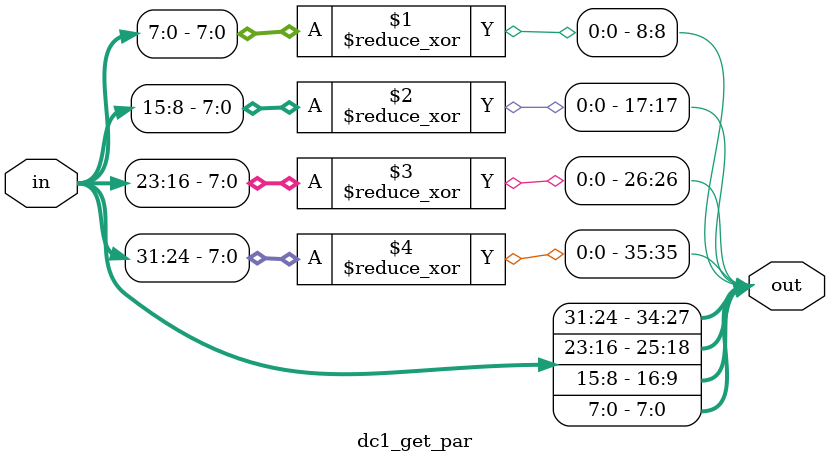
<source format=sv>
/*
Copyright 2022 Goran Dakov

Licensed under the Apache License, Version 2.0 (the "License");
you may not use this file except in compliance with the License.
You may obtain a copy of the License at

    http://www.apache.org/licenses/LICENSE-2.0

Unless required by applicable law or agreed to in writing, software
distributed under the License is distributed on an "AS IS" BASIS,
WITHOUT WARRANTIES OR CONDITIONS OF ANY KIND, either express or implied.
See the License for the specific language governing permissions and
limitations under the License.
*/

`include "struct.sv"
//verilator lint_off WIDTH
module hamingChk32(data,hasError,error);
  parameter WIDTH=38;
  input [WIDTH-1:0] data;
  output hasError;
  output [5:0] error;
 
  assign error[0]=^(data & {(WIDTH+1)/2{2'B01}});
  assign error[1]=^(data & {(WIDTH+3)/4{4'B0110}});
  assign error[2]=^(data & {(WIDTH+7)/8{8'B01111000}});
  assign error[3]=^(data & {(WIDTH+15)/16{16'h7f80}});
  assign error[4]=^(data & {(WIDTH+31)/32{32'h7fff_8000}});
  assign error[5]=^(data & {(WIDTH+63)/64{64'h7fff_ffff_8000_0000}});
  
  assign hasError=|error;
  
endmodule


module eccChk32(data,hasError,hardError);
  parameter WIDTH=39;
  input [WIDTH-1:0] data;
  output hasError;
  output hardError;

  wire [5:0] ecc;
  
  assign hardError=~^data & hasError;

  hamingChk32 #(WIDTH-1) ham_mod(data[WIDTH-2:0],hasError,ecc);
  
endmodule


module hamingGet32(data,dataH);
  parameter WIDTH=32;
  input [WIDTH-1:0] data;
  output reg [WIDTH+5:0] dataH;
  
  reg [WIDTH-1:0] errbits[5:0];
 
  always @*
    begin
      errbits[0]={(WIDTH+1)/2{2'B01}};
      errbits[1]={(WIDTH+3)/4{4'B0110}};
      errbits[2]={(WIDTH+7)/8{8'B01111000}};
      errbits[3]={(WIDTH+15)/16{16'h7f80}};
      errbits[4]={(WIDTH+31)/32{32'h7fff_8000}};
      errbits[5]={(WIDTH+63)/64{64'h7fff_ffff_8000_0000}};
      errbits[0][0]=1'b0;
      errbits[1][1]=1'b0;
      errbits[2][3]=1'b0;
      errbits[3][7]=1'b0;
      errbits[4][15]=1'b0;
      errbits[5][31]=1'b0;
      
      dataH={data[WIDTH-1:26],1'b0,data[25:11],1'b0,data[10:4],1'b0,data[3:1],1'b0,data[0],2'b0};
      dataH[0]=^(data&errbits[0]);
      dataH[1]=^(data&errbits[1]);
      dataH[3]=^(data&errbits[2]);
      dataH[7]=^(data&errbits[3]);
      dataH[15]=^(data&errbits[4]);
      dataH[31]=^(data&errbits[5]);
    end
  
endmodule

module EccGet32(data,dataH);
  parameter WIDTH=32;
  input [WIDTH-1:0] data;
  output [WIDTH+6:0] dataH;
  hamingGet32 #(WIDTH) ham_mod(data,dataH[WIDTH+5:0]);
  assign dataH[WIDTH+6]=^dataH[WIDTH+5:0];

endmodule


module dc1_strip_par(in,out);
  input [35:0] in;
  output [31:0] out;
  
  assign out={in[34:27],in[25:18],in[16:9],in[7:0]};
endmodule

module dc1_get_par(in,out);
  input [31:0] in;
  output [35:0] out;

  assign out={^in[31:24],in[31:24],^in[23:16],in[23:16],^in[15:8],in[15:8],^in[7:0],in[7:0]};
endmodule
//verilator lint_on WIDTH


</source>
